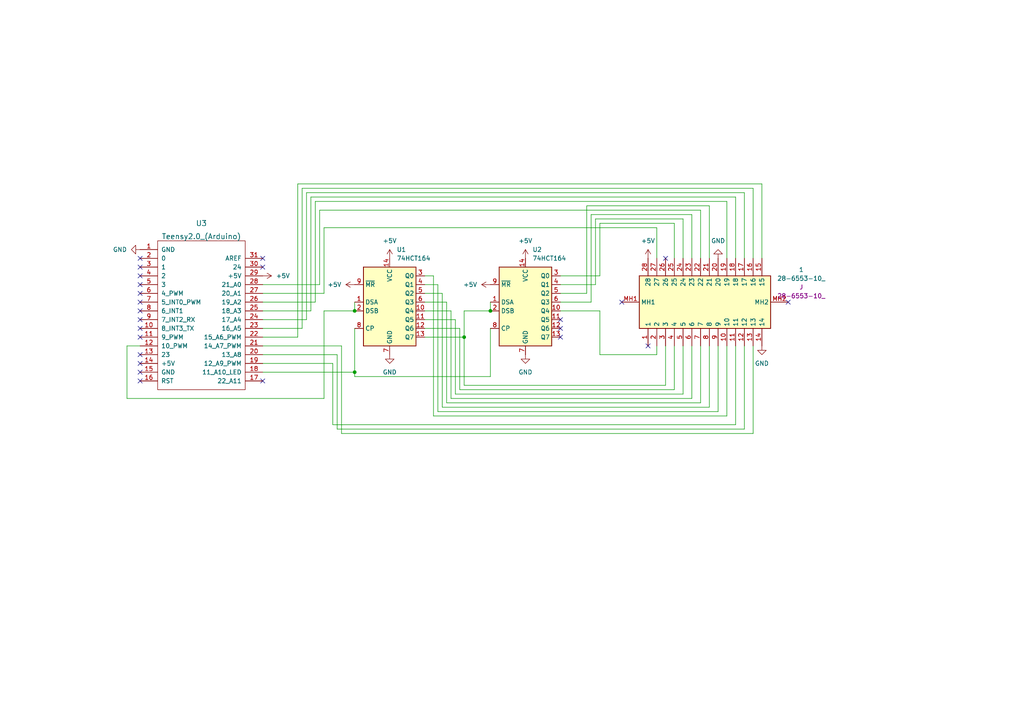
<source format=kicad_sch>
(kicad_sch (version 20211123) (generator eeschema)
  (paper "A4")
  (lib_symbols
    (symbol "28-6553-10_:28-6553-10_"
      (property "Value" "28-6553-10_" (at 0 0 0))
      (property "Reference_1" "J" (at 44.45 12.7 0))
      (property "Value_1" "28-6553-10_" (at 44.45 10.16 0))
      (symbol "28-6553-10__1_1"
        (rectangle (start 5.08 7.62) (end 43.18 -7.62) (stroke (width 0.254)) (fill (type background)))
        (pin passive line (at 7.62 -12.7 90) (length 5.08) (name "1") (number "1"))
        (pin passive line (at 30.48 -12.7 90) (length 5.08) (name "10") (number "10"))
        (pin passive line (at 33.02 -12.7 90) (length 5.08) (name "11") (number "11"))
        (pin passive line (at 35.56 -12.7 90) (length 5.08) (name "12") (number "12"))
        (pin passive line (at 38.1 -12.7 90) (length 5.08) (name "13") (number "13"))
        (pin passive line (at 40.64 -12.7 90) (length 5.08) (name "14") (number "14"))
        (pin passive line (at 40.64 12.7 270) (length 5.08) (name "15") (number "15"))
        (pin passive line (at 38.1 12.7 270) (length 5.08) (name "16") (number "16"))
        (pin passive line (at 35.56 12.7 270) (length 5.08) (name "17") (number "17"))
        (pin passive line (at 33.02 12.7 270) (length 5.08) (name "18") (number "18"))
        (pin passive line (at 30.48 12.7 270) (length 5.08) (name "19") (number "19"))
        (pin passive line (at 10.16 -12.7 90) (length 5.08) (name "2") (number "2"))
        (pin passive line (at 27.94 12.7 270) (length 5.08) (name "20") (number "20"))
        (pin passive line (at 25.4 12.7 270) (length 5.08) (name "21") (number "21"))
        (pin passive line (at 22.86 12.7 270) (length 5.08) (name "22") (number "22"))
        (pin passive line (at 20.32 12.7 270) (length 5.08) (name "23") (number "23"))
        (pin passive line (at 17.78 12.7 270) (length 5.08) (name "24") (number "24"))
        (pin passive line (at 15.24 12.7 270) (length 5.08) (name "25") (number "25"))
        (pin passive line (at 12.7 12.7 270) (length 5.08) (name "26") (number "26"))
        (pin passive line (at 10.16 12.7 270) (length 5.08) (name "27") (number "27"))
        (pin passive line (at 7.62 12.7 270) (length 5.08) (name "28") (number "28"))
        (pin passive line (at 12.7 -12.7 90) (length 5.08) (name "3") (number "3"))
        (pin passive line (at 15.24 -12.7 90) (length 5.08) (name "4") (number "4"))
        (pin passive line (at 17.78 -12.7 90) (length 5.08) (name "5") (number "5"))
        (pin passive line (at 20.32 -12.7 90) (length 5.08) (name "6") (number "6"))
        (pin passive line (at 22.86 -12.7 90) (length 5.08) (name "7") (number "7"))
        (pin passive line (at 25.4 -12.7 90) (length 5.08) (name "8") (number "8"))
        (pin passive line (at 27.94 -12.7 90) (length 5.08) (name "9") (number "9"))
        (pin passive line (at 0 0 0) (length 5.08) (name "MH1") (number "MH1"))
        (pin passive line (at 48.26 0 180) (length 5.08) (name "MH2") (number "MH2"))
      )
    )
    (symbol "74xx:74HCT164"
      (property "Reference" "U" (at 1.905 -13.97 0))
      (property "Value" "74HCT164" (at 1.905 -16.51 0))
      (symbol "74HCT164_0_1"
        (rectangle (start 7.62 10.16) (end -7.62 -12.7) (stroke (width 0.254)) (fill (type background)))
      )
      (symbol "74HCT164_1_1"
        (pin input line (at -10.16 0 0) (length 2.54) (name "DSA") (number "1"))
        (pin output line (at 10.16 -2.54 180) (length 2.54) (name "Q4") (number "10"))
        (pin output line (at 10.16 -5.08 180) (length 2.54) (name "Q5") (number "11"))
        (pin output line (at 10.16 -7.62 180) (length 2.54) (name "Q6") (number "12"))
        (pin output line (at 10.16 -10.16 180) (length 2.54) (name "Q7") (number "13"))
        (pin power_in line (at 0 12.7 270) (length 2.54) (name "VCC") (number "14"))
        (pin input line (at -10.16 -2.54 0) (length 2.54) (name "DSB") (number "2"))
        (pin output line (at 10.16 7.62 180) (length 2.54) (name "Q0") (number "3"))
        (pin output line (at 10.16 5.08 180) (length 2.54) (name "Q1") (number "4"))
        (pin output line (at 10.16 2.54 180) (length 2.54) (name "Q2") (number "5"))
        (pin output line (at 10.16 0 180) (length 2.54) (name "Q3") (number "6"))
        (pin power_in line (at 0 -15.24 90) (length 2.54) (name "GND") (number "7"))
        (pin input line (at -10.16 -7.62 0) (length 2.54) (name "CP") (number "8"))
        (pin input line (at -10.16 5.08 0) (length 2.54) (name "~{MR}") (number "9"))
      )
    )
    (symbol "power:+5V" (power) (pin_names (offset 0))
      (property "Value" "+5V" (at 0 3.556 0))
      (symbol "+5V_0_1"
        (polyline (pts (xy -0.762 1.27) (xy 0 2.54)))
        (polyline (pts (xy 0 0) (xy 0 2.54)))
        (polyline (pts (xy 0 2.54) (xy 0.762 1.27)))
      )
      (symbol "+5V_1_1"
        (pin power_in line (at 0 0 90) (length 0) hide (name "+5V") (number "1"))
      )
    )
    (symbol "power:GND" (power) (pin_names (offset 0))
      (property "Value" "GND" (at 0 -3.81 0))
      (symbol "GND_0_1"
        (polyline (pts (xy 0 0) (xy 0 -1.27) (xy 1.27 -1.27) (xy 0 -2.54) (xy -1.27 -1.27) (xy 0 -1.27)))
      )
      (symbol "GND_1_1"
        (pin power_in line (at 0 0 270) (length 0) hide (name "GND") (number "1"))
      )
    )
    (symbol "teensy:Teensy2.0_(Arduino)" (pin_names (offset 1.016))
      (property "Reference" "U" (at 0 24.13 0))
      (property "Value" "Teensy2.0_(Arduino)" (at 0 -24.13 0))
      (symbol "Teensy2.0_(Arduino)_0_1"
        (rectangle (start -12.7 21.59) (end 12.7 -21.59))
      )
      (symbol "Teensy2.0_(Arduino)_1_1"
        (pin power_in line (at -17.78 19.05 0) (length 5.08) (name "GND") (number "1"))
        (pin bidirectional line (at -17.78 -3.81 0) (length 5.08) (name "8_INT3_TX") (number "10"))
        (pin bidirectional line (at -17.78 -6.35 0) (length 5.08) (name "9_PWM") (number "11"))
        (pin bidirectional line (at -17.78 -8.89 0) (length 5.08) (name "10_PWM") (number "12"))
        (pin bidirectional line (at -17.78 -11.43 0) (length 5.08) (name "23") (number "13"))
        (pin power_in line (at -17.78 -13.97 0) (length 5.08) (name "+5V") (number "14"))
        (pin power_in line (at -17.78 -16.51 0) (length 5.08) (name "GND") (number "15"))
        (pin input line (at -17.78 -19.05 0) (length 5.08) (name "RST") (number "16"))
        (pin bidirectional line (at 17.78 -19.05 180) (length 5.08) (name "22_A11") (number "17"))
        (pin bidirectional line (at 17.78 -16.51 180) (length 5.08) (name "11_A10_LED") (number "18"))
        (pin bidirectional line (at 17.78 -13.97 180) (length 5.08) (name "12_A9_PWM") (number "19"))
        (pin bidirectional line (at -17.78 16.51 0) (length 5.08) (name "0") (number "2"))
        (pin bidirectional line (at 17.78 -11.43 180) (length 5.08) (name "13_A8") (number "20"))
        (pin bidirectional line (at 17.78 -8.89 180) (length 5.08) (name "14_A7_PWM") (number "21"))
        (pin bidirectional line (at 17.78 -6.35 180) (length 5.08) (name "15_A6_PWM") (number "22"))
        (pin bidirectional line (at 17.78 -3.81 180) (length 5.08) (name "16_A5") (number "23"))
        (pin bidirectional line (at 17.78 -1.27 180) (length 5.08) (name "17_A4") (number "24"))
        (pin bidirectional line (at 17.78 1.27 180) (length 5.08) (name "18_A3") (number "25"))
        (pin bidirectional line (at 17.78 3.81 180) (length 5.08) (name "19_A2") (number "26"))
        (pin bidirectional line (at 17.78 6.35 180) (length 5.08) (name "20_A1") (number "27"))
        (pin bidirectional line (at 17.78 8.89 180) (length 5.08) (name "21_A0") (number "28"))
        (pin power_in line (at 17.78 11.43 180) (length 5.08) (name "+5V") (number "29"))
        (pin bidirectional line (at -17.78 13.97 0) (length 5.08) (name "1") (number "3"))
        (pin bidirectional line (at 17.78 13.97 180) (length 5.08) (name "24") (number "30"))
        (pin input line (at 17.78 16.51 180) (length 5.08) (name "AREF") (number "31"))
        (pin bidirectional line (at -17.78 11.43 0) (length 5.08) (name "2") (number "4"))
        (pin bidirectional line (at -17.78 8.89 0) (length 5.08) (name "3") (number "5"))
        (pin bidirectional line (at -17.78 6.35 0) (length 5.08) (name "4_PWM") (number "6"))
        (pin bidirectional line (at -17.78 3.81 0) (length 5.08) (name "5_INT0_PWM") (number "7"))
        (pin bidirectional line (at -17.78 1.27 0) (length 5.08) (name "6_INT1") (number "8"))
        (pin bidirectional line (at -17.78 -1.27 0) (length 5.08) (name "7_INT2_RX") (number "9"))
      )
    )
  )
  (junction (at 142.24 90.17))
  (junction (at 102.87 90.17))
  (junction (at 102.87 107.95))
  (junction (at 134.62 97.79))
  (no_connect (at 40.64 102.87))
  (no_connect (at 40.64 74.93))
  (no_connect (at 40.64 107.95))
  (no_connect (at 40.64 97.79))
  (no_connect (at 76.2 110.49))
  (no_connect (at 40.64 85.09))
  (no_connect (at 40.64 105.41))
  (no_connect (at 40.64 95.25))
  (no_connect (at 40.64 82.55))
  (no_connect (at 228.6 87.63))
  (no_connect (at 76.2 77.47))
  (no_connect (at 187.96 100.33))
  (no_connect (at 40.64 110.49))
  (no_connect (at 40.64 77.47))
  (no_connect (at 40.64 80.01))
  (no_connect (at 180.34 87.63))
  (no_connect (at 193.04 74.93))
  (no_connect (at 40.64 87.63))
  (no_connect (at 162.56 92.71))
  (no_connect (at 162.56 97.79))
  (no_connect (at 40.64 92.71))
  (no_connect (at 162.56 95.25))
  (no_connect (at 40.64 90.17))
  (no_connect (at 76.2 74.93))
  (wire (pts (xy 88.9 55.88) (xy 215.9 55.88)))
  (wire (pts (xy 132.08 114.3) (xy 132.08 92.71)))
  (wire (pts (xy 76.2 92.71) (xy 88.9 92.71)))
  (wire (pts (xy 129.54 116.84) (xy 203.2 116.84)))
  (wire (pts (xy 133.35 95.25) (xy 133.35 113.03)))
  (wire (pts (xy 128.27 118.11) (xy 205.74 118.11)))
  (wire (pts (xy 162.56 80.01) (xy 173.99 80.01)))
  (wire (pts (xy 130.81 115.57) (xy 130.81 90.17)))
  (wire (pts (xy 200.66 115.57) (xy 130.81 115.57)))
  (wire (pts (xy 123.19 95.25) (xy 133.35 95.25)))
  (wire (pts (xy 190.5 102.87) (xy 173.99 102.87)))
  (wire (pts (xy 127 119.38) (xy 127 82.55)))
  (wire (pts (xy 130.81 90.17) (xy 123.19 90.17)))
  (wire (pts (xy 200.66 100.33) (xy 200.66 115.57)))
  (wire (pts (xy 123.19 87.63) (xy 129.54 87.63)))
  (wire (pts (xy 173.99 90.17) (xy 162.56 90.17)))
  (wire (pts (xy 93.98 90.17) (xy 102.87 90.17)))
  (wire (pts (xy 125.73 120.65) (xy 210.82 120.65)))
  (wire (pts (xy 162.56 82.55) (xy 172.72 82.55)))
  (wire (pts (xy 172.72 82.55) (xy 172.72 63.5)))
  (wire (pts (xy 203.2 116.84) (xy 203.2 100.33)))
  (wire (pts (xy 91.44 87.63) (xy 91.44 58.42)))
  (wire (pts (xy 87.63 95.25) (xy 87.63 54.61)))
  (wire (pts (xy 200.66 62.23) (xy 200.66 74.93)))
  (wire (pts (xy 193.04 111.76) (xy 193.04 100.33)))
  (wire (pts (xy 76.2 100.33) (xy 99.06 100.33)))
  (wire (pts (xy 142.24 87.63) (xy 142.24 90.17)))
  (wire (pts (xy 210.82 120.65) (xy 210.82 100.33)))
  (wire (pts (xy 173.99 80.01) (xy 173.99 64.77)))
  (wire (pts (xy 76.2 105.41) (xy 96.52 105.41)))
  (wire (pts (xy 86.36 53.34) (xy 220.98 53.34)))
  (wire (pts (xy 96.52 105.41) (xy 96.52 123.19)))
  (wire (pts (xy 132.08 92.71) (xy 123.19 92.71)))
  (wire (pts (xy 123.19 85.09) (xy 128.27 85.09)))
  (wire (pts (xy 76.2 102.87) (xy 97.79 102.87)))
  (wire (pts (xy 190.5 100.33) (xy 190.5 102.87)))
  (wire (pts (xy 198.12 63.5) (xy 198.12 74.93)))
  (wire (pts (xy 129.54 87.63) (xy 129.54 116.84)))
  (wire (pts (xy 102.87 95.25) (xy 102.87 107.95)))
  (wire (pts (xy 36.83 115.57) (xy 93.98 115.57)))
  (wire (pts (xy 90.17 90.17) (xy 90.17 57.15)))
  (wire (pts (xy 96.52 123.19) (xy 213.36 123.19)))
  (wire (pts (xy 142.24 109.22) (xy 142.24 95.25)))
  (wire (pts (xy 173.99 102.87) (xy 173.99 90.17)))
  (wire (pts (xy 102.87 109.22) (xy 142.24 109.22)))
  (wire (pts (xy 172.72 63.5) (xy 198.12 63.5)))
  (wire (pts (xy 210.82 58.42) (xy 210.82 74.93)))
  (wire (pts (xy 162.56 85.09) (xy 170.18 85.09)))
  (wire (pts (xy 99.06 125.73) (xy 218.44 125.73)))
  (wire (pts (xy 134.62 90.17) (xy 142.24 90.17)))
  (wire (pts (xy 76.2 97.79) (xy 86.36 97.79)))
  (wire (pts (xy 99.06 100.33) (xy 99.06 125.73)))
  (wire (pts (xy 76.2 87.63) (xy 91.44 87.63)))
  (wire (pts (xy 208.28 100.33) (xy 208.28 119.38)))
  (wire (pts (xy 198.12 114.3) (xy 132.08 114.3)))
  (wire (pts (xy 205.74 59.69) (xy 205.74 74.93)))
  (wire (pts (xy 171.45 87.63) (xy 171.45 62.23)))
  (wire (pts (xy 170.18 85.09) (xy 170.18 59.69)))
  (wire (pts (xy 36.83 100.33) (xy 36.83 115.57)))
  (wire (pts (xy 171.45 62.23) (xy 200.66 62.23)))
  (wire (pts (xy 87.63 54.61) (xy 218.44 54.61)))
  (wire (pts (xy 218.44 125.73) (xy 218.44 100.33)))
  (wire (pts (xy 134.62 97.79) (xy 134.62 111.76)))
  (wire (pts (xy 93.98 66.04) (xy 93.98 85.09)))
  (wire (pts (xy 90.17 57.15) (xy 213.36 57.15)))
  (wire (pts (xy 213.36 57.15) (xy 213.36 74.93)))
  (wire (pts (xy 91.44 58.42) (xy 210.82 58.42)))
  (wire (pts (xy 123.19 97.79) (xy 134.62 97.79)))
  (wire (pts (xy 134.62 97.79) (xy 134.62 90.17)))
  (wire (pts (xy 198.12 100.33) (xy 198.12 114.3)))
  (wire (pts (xy 215.9 124.46) (xy 215.9 100.33)))
  (wire (pts (xy 195.58 64.77) (xy 195.58 74.93)))
  (wire (pts (xy 170.18 59.69) (xy 205.74 59.69)))
  (wire (pts (xy 102.87 107.95) (xy 102.87 109.22)))
  (wire (pts (xy 76.2 107.95) (xy 102.87 107.95)))
  (wire (pts (xy 93.98 66.04) (xy 190.5 66.04)))
  (wire (pts (xy 215.9 55.88) (xy 215.9 74.93)))
  (wire (pts (xy 76.2 85.09) (xy 93.98 85.09)))
  (wire (pts (xy 86.36 97.79) (xy 86.36 53.34)))
  (wire (pts (xy 208.28 119.38) (xy 127 119.38)))
  (wire (pts (xy 40.64 100.33) (xy 36.83 100.33)))
  (wire (pts (xy 173.99 64.77) (xy 195.58 64.77)))
  (wire (pts (xy 123.19 80.01) (xy 125.73 80.01)))
  (wire (pts (xy 190.5 66.04) (xy 190.5 74.93)))
  (wire (pts (xy 76.2 95.25) (xy 87.63 95.25)))
  (wire (pts (xy 218.44 54.61) (xy 218.44 74.93)))
  (wire (pts (xy 76.2 82.55) (xy 92.71 82.55)))
  (wire (pts (xy 92.71 82.55) (xy 92.71 60.96)))
  (wire (pts (xy 162.56 87.63) (xy 171.45 87.63)))
  (wire (pts (xy 97.79 102.87) (xy 97.79 124.46)))
  (wire (pts (xy 125.73 80.01) (xy 125.73 120.65)))
  (wire (pts (xy 97.79 124.46) (xy 215.9 124.46)))
  (wire (pts (xy 133.35 113.03) (xy 195.58 113.03)))
  (wire (pts (xy 88.9 92.71) (xy 88.9 55.88)))
  (wire (pts (xy 213.36 123.19) (xy 213.36 100.33)))
  (wire (pts (xy 205.74 118.11) (xy 205.74 100.33)))
  (wire (pts (xy 76.2 90.17) (xy 90.17 90.17)))
  (wire (pts (xy 102.87 87.63) (xy 102.87 90.17)))
  (wire (pts (xy 134.62 111.76) (xy 193.04 111.76)))
  (wire (pts (xy 128.27 85.09) (xy 128.27 118.11)))
  (wire (pts (xy 92.71 60.96) (xy 203.2 60.96)))
  (wire (pts (xy 93.98 115.57) (xy 93.98 90.17)))
  (wire (pts (xy 220.98 53.34) (xy 220.98 74.93)))
  (wire (pts (xy 203.2 60.96) (xy 203.2 74.93)))
  (wire (pts (xy 195.58 113.03) (xy 195.58 100.33)))
  (wire (pts (xy 127 82.55) (xy 123.19 82.55)))
  (symbol (lib_id "power:+5V") (at 76.2 80.01 270) (unit 1)
    (property "Reference" "#PWR0104" (effects hide))
    (property "Value" "+5V" (at 80.01 80.0099 90) (effects (justify left)))
  )
  (symbol (lib_id "power:GND") (at 152.4 102.87 0) (unit 1)
    (property "Reference" "#PWR0101" (effects hide))
    (property "Value" "GND" (at 152.4 107.95 0))
  )
  (symbol (lib_id "74xx:74HCT164") (at 113.03 87.63 0) (unit 1)
    (property "Reference" "U1" (at 115.0494 72.39 0) (effects (justify left)))
    (property "Value" "74HCT164" (at 115.0494 74.93 0) (effects (justify left)))
    (property "Footprint" "Package_DIP:DIP-14_W7.62mm_Socket" (effects hide))
    (property "Datasheet" "https://assets.nexperia.com/documents/data-sheet/74HC_HCT164.pdf" (effects hide))
  )
  (symbol (lib_id "power:GND") (at 220.98 100.33 0) (unit 1)
    (property "Reference" "#PWR0106" (effects hide))
    (property "Value" "GND" (at 220.98 105.41 0))
  )
  (symbol (lib_id "power:+5V") (at 113.03 74.93 0) (unit 1)
    (property "Reference" "#PWR0110" (effects hide))
    (property "Value" "+5V" (at 113.03 69.85 0))
  )
  (symbol (lib_id "power:+5V") (at 102.87 82.55 90) (unit 1)
    (property "Reference" "#PWR0111" (effects hide))
    (property "Value" "+5V" (at 99.06 82.5499 90) (effects (justify left)))
  )
  (symbol (lib_id "power:+5V") (at 142.24 82.55 90) (unit 1)
    (property "Reference" "#PWR0108" (effects hide))
    (property "Value" "+5V" (at 138.43 82.5499 90) (effects (justify left)))
  )
  (symbol (lib_id "power:+5V") (at 187.96 74.93 0) (unit 1)
    (property "Reference" "#PWR0109" (effects hide))
    (property "Value" "+5V" (at 187.96 69.85 0))
  )
  (symbol (lib_id "teensy:Teensy2.0_(Arduino)") (at 58.42 91.44 0) (unit 1)
    (property "Reference" "U3" (at 58.42 64.77 0) (effects (font (size 1.524 1.524))))
    (property "Value" "Teensy2.0_(Arduino)" (at 58.42 68.58 0) (effects (font (size 1.524 1.524))))
    (property "Footprint" "teensy:Teensy2.0" (effects hide))
  )
  (symbol (lib_id "power:GND") (at 113.03 102.87 0) (unit 1)
    (property "Reference" "#PWR0103" (effects hide))
    (property "Value" "GND" (at 113.03 107.95 0))
  )
  (symbol (lib_id "power:GND") (at 40.64 72.39 270) (unit 1)
    (property "Reference" "#PWR0102" (effects hide))
    (property "Value" "GND" (at 36.83 72.39 90) (effects (justify right)))
  )
  (symbol (lib_id "power:GND") (at 208.28 74.93 180) (unit 1)
    (property "Reference" "#PWR0105" (effects hide))
    (property "Value" "GND" (at 208.28 69.85 0))
  )
  (symbol (lib_id "28-6553-10_:28-6553-10_") (at 180.34 87.63 0) (unit 1)
    (property "Reference" "1" (at 232.41 78.2193 0))
    (property "Value" "28-6553-10_" (at 232.41 80.7593 0))
    (property "Footprint" "aries_zif:28655310" (effects hide))
    (property "Reference_1" "J" (at 232.41 83.2993 0))
    (property "Value_1" "28-6553-10_" (at 232.41 85.8393 0))
    (property "Footprint_1" "28655310" (effects hide))
    (property "Datasheet_1" "https://www.arieselec.com/wp-content/uploads/2020/02/10001-universal-dip-zif-test-socket.pdf" (effects hide))
    (property "Height" "12.07" (effects hide))
    (property "Mouser Part Number" "535-28-6553-10" (effects hide))
    (property "Mouser Price/Stock" "https://www.mouser.co.uk/ProductDetail/Aries-Electronics/28-6553-10?qs=Si2vDv5E4YPqhX9lg%2FHB%2Fw%3D%3D" (effects hide))
    (property "Manufacturer_Name" "ARIES" (effects hide))
    (property "Manufacturer_Part_Number" "28-6553-10*" (effects hide))
  )
  (symbol (lib_id "74xx:74HCT164") (at 152.4 87.63 0) (unit 1)
    (property "Reference" "U2" (at 154.4194 72.39 0) (effects (justify left)))
    (property "Value" "74HCT164" (at 154.4194 74.93 0) (effects (justify left)))
    (property "Footprint" "Package_DIP:DIP-14_W7.62mm_Socket" (effects hide))
    (property "Datasheet" "https://assets.nexperia.com/documents/data-sheet/74HC_HCT164.pdf" (effects hide))
  )
  (symbol (lib_id "power:+5V") (at 152.4 74.93 0) (unit 1)
    (property "Reference" "#PWR0107" (effects hide))
    (property "Value" "+5V" (at 152.4 69.85 0))
  )
)
</source>
